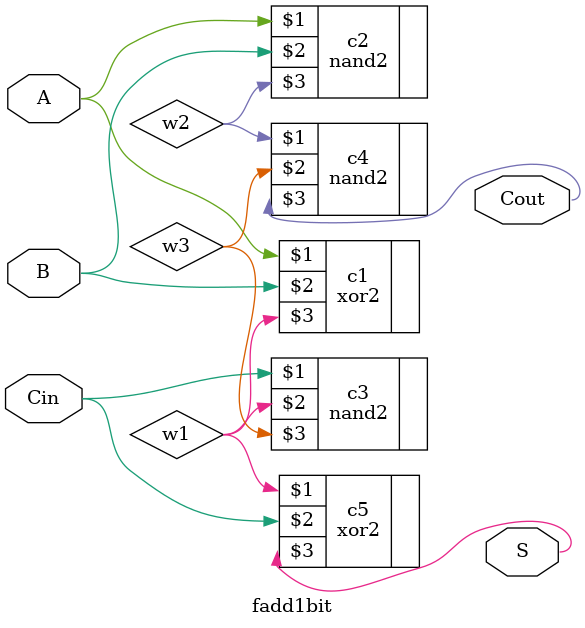
<source format=v>
module fadd1bit (A, B, Cin, S, Cout);
	input A;
	input B;
	input Cin;
	output S;
	output Cout; 
	wire w1;
	wire w2;
	wire w3;

	xor2 c1(A, B, w1);
	nand2 c2(A, B, w2);
	nand2 c3(Cin, w1, w3);
	nand2 c4(w2, w3, Cout);
	xor2 c5(w1, Cin, S);
   
endmodule 
</source>
